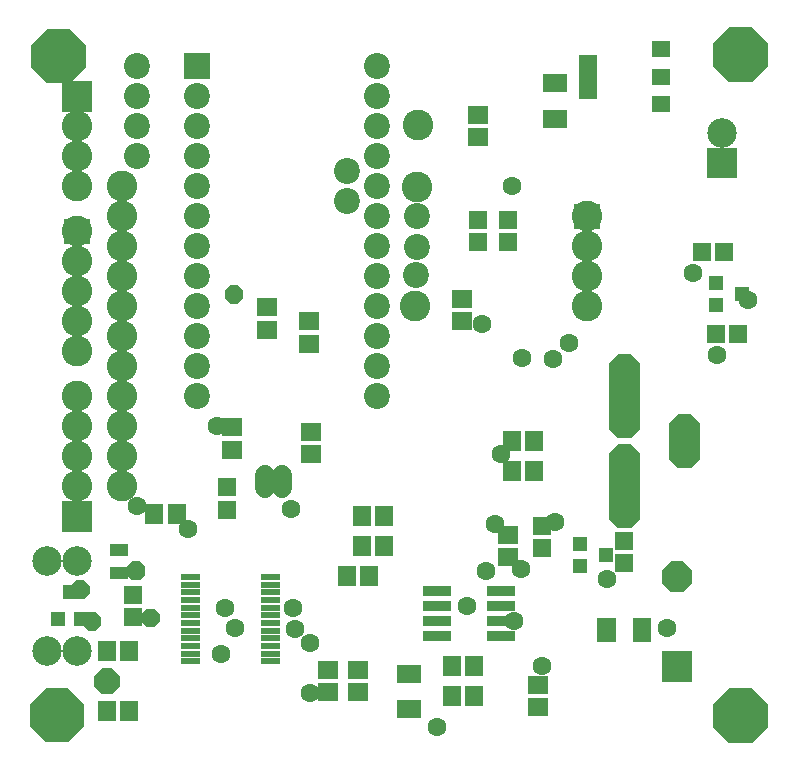
<source format=gbr>
%FSLAX34Y34*%
%MOMM*%
%LNSOLDERMASK_TOP*%
G71*
G01*
%ADD10C,2.120*%
%ADD11C,2.200*%
%ADD12C,2.600*%
%ADD13R,1.500X1.800*%
%ADD14R,1.800X1.500*%
%ADD15C,2.500*%
%ADD16R,2.400X0.900*%
%ADD17R,1.600X1.500*%
%ADD18C,1.600*%
%ADD19C,2.200*%
%ADD20R,2.000X1.580*%
%ADD21R,1.600X1.400*%
%ADD22R,1.600X3.700*%
%ADD23R,1.600X1.000*%
%ADD24C,2.600*%
%ADD25C,2.200*%
%ADD26R,1.300X1.300*%
%ADD27R,1.500X1.600*%
%ADD28R,1.520X0.620*%
%ADD29C,1.700*%
%LPD*%
G36*
X480500Y556700D02*
X480500Y535500D01*
X459300Y535500D01*
X459300Y556700D01*
X480500Y556700D01*
G37*
X469900Y520700D02*
G54D10*
D03*
X469900Y495300D02*
G54D10*
D03*
X469900Y469900D02*
G54D10*
D03*
X88900Y673100D02*
G54D11*
D03*
X88900Y647700D02*
G54D11*
D03*
X88900Y622300D02*
G54D11*
D03*
X88900Y596900D02*
G54D11*
D03*
X76200Y571500D02*
G54D12*
D03*
X76200Y546100D02*
G54D12*
D03*
X76200Y520700D02*
G54D12*
D03*
X76200Y495300D02*
G54D12*
D03*
X76200Y469900D02*
G54D12*
D03*
X76200Y444500D02*
G54D12*
D03*
X76200Y419100D02*
G54D12*
D03*
X76200Y393700D02*
G54D12*
D03*
X76200Y368300D02*
G54D12*
D03*
X76200Y342900D02*
G54D12*
D03*
X76200Y317500D02*
G54D12*
D03*
X63500Y127000D02*
G54D13*
D03*
X82500Y127000D02*
G54D13*
D03*
X63500Y177800D02*
G54D13*
D03*
X82500Y177800D02*
G54D13*
D03*
X169300Y367300D02*
G54D14*
D03*
X169300Y348300D02*
G54D14*
D03*
X236600Y363600D02*
G54D14*
D03*
X236600Y344600D02*
G54D14*
D03*
X279400Y292100D02*
G54D13*
D03*
X298400Y292100D02*
G54D13*
D03*
X279400Y266700D02*
G54D13*
D03*
X298400Y266700D02*
G54D13*
D03*
X266700Y241300D02*
G54D13*
D03*
X285700Y241300D02*
G54D13*
D03*
X250800Y161900D02*
G54D14*
D03*
X250800Y142900D02*
G54D14*
D03*
X276200Y161900D02*
G54D14*
D03*
X276200Y142900D02*
G54D14*
D03*
X355600Y139700D02*
G54D13*
D03*
X374600Y139700D02*
G54D13*
D03*
X355600Y165100D02*
G54D13*
D03*
X374600Y165100D02*
G54D13*
D03*
X428600Y149200D02*
G54D14*
D03*
X428600Y130200D02*
G54D14*
D03*
X403200Y276200D02*
G54D14*
D03*
X403200Y257200D02*
G54D14*
D03*
X377800Y631800D02*
G54D14*
D03*
X377800Y612800D02*
G54D14*
D03*
X584200Y616700D02*
G54D15*
D03*
X584200Y591300D02*
G54D15*
D03*
X38100Y177800D02*
G54D15*
D03*
X12700Y177800D02*
G54D15*
D03*
X38100Y254000D02*
G54D15*
D03*
X12700Y254000D02*
G54D15*
D03*
X342900Y228600D02*
G54D16*
D03*
X342900Y215900D02*
G54D16*
D03*
X342900Y203200D02*
G54D16*
D03*
X342900Y190500D02*
G54D16*
D03*
X396900Y190500D02*
G54D16*
D03*
X396900Y203200D02*
G54D16*
D03*
X396900Y215900D02*
G54D16*
D03*
X396900Y228600D02*
G54D16*
D03*
X164800Y316600D02*
G54D17*
D03*
X164800Y297600D02*
G54D17*
D03*
X377800Y542900D02*
G54D17*
D03*
X377800Y523900D02*
G54D17*
D03*
X403200Y542900D02*
G54D17*
D03*
X403200Y523900D02*
G54D17*
D03*
G36*
X48700Y658300D02*
X48700Y637100D01*
X27500Y637100D01*
X27500Y658300D01*
X48700Y658300D01*
G37*
X38100Y622300D02*
G54D10*
D03*
X38100Y596900D02*
G54D10*
D03*
X38100Y571500D02*
G54D10*
D03*
X266700Y584200D02*
G54D11*
D03*
X266700Y558800D02*
G54D11*
D03*
X406400Y571500D02*
G54D18*
D03*
X406400Y355600D02*
G54D13*
D03*
X425400Y355600D02*
G54D13*
D03*
X406400Y330200D02*
G54D13*
D03*
X425400Y330200D02*
G54D13*
D03*
X396900Y344600D02*
G54D18*
D03*
X431800Y165100D02*
G54D18*
D03*
X392200Y285700D02*
G54D18*
D03*
X414200Y247700D02*
G54D18*
D03*
X139700Y673100D02*
G54D11*
D03*
X139700Y647700D02*
G54D11*
D03*
X139700Y622300D02*
G54D11*
D03*
X139700Y596900D02*
G54D11*
D03*
X292100Y673100D02*
G54D11*
D03*
X292100Y647700D02*
G54D11*
D03*
X292100Y622300D02*
G54D11*
D03*
X292100Y596900D02*
G54D11*
D03*
X139700Y571500D02*
G54D11*
D03*
X292100Y571500D02*
G54D11*
D03*
X139700Y546100D02*
G54D11*
D03*
X139700Y520700D02*
G54D11*
D03*
X292100Y546100D02*
G54D11*
D03*
X292100Y520700D02*
G54D11*
D03*
X139700Y495300D02*
G54D11*
D03*
X292100Y495300D02*
G54D11*
D03*
X139700Y469900D02*
G54D11*
D03*
X292100Y469900D02*
G54D11*
D03*
X139700Y444500D02*
G54D11*
D03*
X292100Y444500D02*
G54D11*
D03*
X292100Y419100D02*
G54D11*
D03*
X292100Y393700D02*
G54D11*
D03*
X139700Y419100D02*
G54D11*
D03*
X139700Y393700D02*
G54D11*
D03*
G36*
X48700Y544000D02*
X48700Y522800D01*
X27500Y522800D01*
X27500Y544000D01*
X48700Y544000D01*
G37*
X38100Y508000D02*
G54D10*
D03*
X38100Y482600D02*
G54D10*
D03*
X38100Y457200D02*
G54D10*
D03*
X38100Y431800D02*
G54D10*
D03*
G36*
X27500Y281500D02*
X27500Y302700D01*
X48700Y302700D01*
X48700Y281500D01*
X27500Y281500D01*
G37*
X38100Y317500D02*
G54D10*
D03*
X38100Y342900D02*
G54D10*
D03*
X38100Y368300D02*
G54D10*
D03*
X38100Y393700D02*
G54D10*
D03*
G36*
X547005Y332600D02*
X539400Y340205D01*
X539400Y370995D01*
X547005Y378600D01*
X557795Y378600D01*
X565400Y370995D01*
X565400Y340205D01*
X557795Y332600D01*
X547005Y332600D01*
G37*
G36*
X496205Y358000D02*
X488600Y365605D01*
X488600Y396395D01*
X496205Y404000D01*
X506995Y404000D01*
X514600Y396395D01*
X514600Y365605D01*
X506995Y358000D01*
X496205Y358000D01*
G37*
G36*
X496205Y307200D02*
X488600Y314805D01*
X488600Y345595D01*
X496205Y353200D01*
X506995Y353200D01*
X514600Y345595D01*
X514600Y314805D01*
X506995Y307200D01*
X496205Y307200D01*
G37*
G36*
X496205Y383400D02*
X488600Y391005D01*
X488600Y421795D01*
X496205Y429400D01*
X506995Y429400D01*
X514600Y421795D01*
X514600Y391005D01*
X506995Y383400D01*
X496205Y383400D01*
G37*
G36*
X496205Y281800D02*
X488600Y289405D01*
X488600Y320195D01*
X496205Y327800D01*
X506995Y327800D01*
X514600Y320195D01*
X514600Y289405D01*
X506995Y281800D01*
X496205Y281800D01*
G37*
X546100Y241300D02*
G54D19*
D03*
G36*
X533100Y246695D02*
X540705Y254300D01*
X551495Y254300D01*
X559100Y246695D01*
X559100Y235905D01*
X551495Y228300D01*
X540705Y228300D01*
X533100Y235905D01*
X533100Y246695D01*
G37*
G36*
X533100Y178100D02*
X559100Y178100D01*
X559100Y152100D01*
X533100Y152100D01*
X533100Y178100D01*
G37*
X319339Y158707D02*
G54D20*
D03*
X319339Y128707D02*
G54D20*
D03*
X532534Y641315D02*
G54D21*
D03*
X532534Y664315D02*
G54D21*
D03*
X532534Y687315D02*
G54D21*
D03*
X470534Y664315D02*
G54D22*
D03*
X442539Y658707D02*
G54D20*
D03*
X442539Y628707D02*
G54D20*
D03*
G36*
X52500Y156965D02*
X58935Y163400D01*
X68065Y163400D01*
X74500Y156965D01*
X74500Y147835D01*
X68065Y141400D01*
X58935Y141400D01*
X52500Y147835D01*
X52500Y156965D01*
G37*
X73400Y263900D02*
G54D23*
D03*
X73400Y244100D02*
G54D23*
D03*
X85700Y206400D02*
G54D17*
D03*
X85700Y225400D02*
G54D17*
D03*
G36*
X92300Y209320D02*
X96980Y214000D01*
X103620Y214000D01*
X108300Y209320D01*
X108300Y202680D01*
X103620Y198000D01*
X96980Y198000D01*
X92300Y202680D01*
X92300Y209320D01*
G37*
G36*
X42800Y206520D02*
X47480Y211200D01*
X54120Y211200D01*
X58800Y206520D01*
X58800Y199880D01*
X54120Y195200D01*
X47480Y195200D01*
X42800Y199880D01*
X42800Y206520D01*
G37*
X199100Y469000D02*
G54D14*
D03*
X199100Y450000D02*
G54D14*
D03*
X234300Y457200D02*
G54D14*
D03*
X234300Y438200D02*
G54D14*
D03*
G36*
X576800Y132845D02*
X590255Y146300D01*
X609345Y146300D01*
X622800Y132845D01*
X622800Y113755D01*
X609345Y100300D01*
X590255Y100300D01*
X576800Y113755D01*
X576800Y132845D01*
G37*
G36*
X-600Y691145D02*
X12855Y704600D01*
X31945Y704600D01*
X45400Y691145D01*
X45400Y672055D01*
X31945Y658600D01*
X12855Y658600D01*
X-600Y672055D01*
X-600Y691145D01*
G37*
G36*
X577000Y692545D02*
X590455Y706000D01*
X609545Y706000D01*
X623000Y692545D01*
X623000Y673455D01*
X609545Y660000D01*
X590455Y660000D01*
X577000Y673455D01*
X577000Y692545D01*
G37*
G36*
X-2000Y133545D02*
X11455Y147000D01*
X30545Y147000D01*
X44000Y133545D01*
X44000Y114455D01*
X30545Y101000D01*
X11455Y101000D01*
X-2000Y114455D01*
X-2000Y133545D01*
G37*
X156300Y368300D02*
G54D18*
D03*
X132000Y281000D02*
G54D18*
D03*
X103400Y293600D02*
G54D13*
D03*
X122400Y293600D02*
G54D13*
D03*
X219000Y298000D02*
G54D18*
D03*
X89000Y301000D02*
G54D18*
D03*
X326000Y571000D02*
G54D24*
D03*
X326000Y546000D02*
G54D25*
D03*
X326000Y520000D02*
G54D25*
D03*
X325000Y496000D02*
G54D25*
D03*
X324000Y470000D02*
G54D24*
D03*
G36*
X163000Y483320D02*
X167680Y488000D01*
X174320Y488000D01*
X179000Y483320D01*
X179000Y476680D01*
X174320Y472000D01*
X167680Y472000D01*
X163000Y476680D01*
X163000Y483320D01*
G37*
G36*
X33000Y233320D02*
X37680Y238000D01*
X44320Y238000D01*
X49000Y233320D01*
X49000Y226680D01*
X44320Y222000D01*
X37680Y222000D01*
X33000Y226680D01*
X33000Y233320D01*
G37*
G36*
X80000Y249320D02*
X84680Y254000D01*
X91320Y254000D01*
X96000Y249320D01*
X96000Y242680D01*
X91320Y238000D01*
X84680Y238000D01*
X80000Y242680D01*
X80000Y249320D01*
G37*
X327000Y623000D02*
G54D24*
D03*
X41374Y205361D02*
G54D26*
D03*
X22374Y205361D02*
G54D26*
D03*
X31874Y227561D02*
G54D26*
D03*
G36*
X128700Y684100D02*
X150700Y684100D01*
X150700Y662100D01*
X128700Y662100D01*
X128700Y684100D01*
G37*
X342800Y114100D02*
G54D18*
D03*
X368300Y215900D02*
G54D18*
D03*
X407800Y203100D02*
G54D18*
D03*
X384800Y246100D02*
G54D18*
D03*
G36*
X478700Y205700D02*
X494500Y205700D01*
X494500Y185700D01*
X478700Y185700D01*
X478700Y205700D01*
G37*
G36*
X508700Y205700D02*
X524500Y205700D01*
X524500Y185700D01*
X508700Y185700D01*
X508700Y205700D01*
G37*
X537800Y197100D02*
G54D18*
D03*
G36*
X571200Y604300D02*
X597200Y604300D01*
X597200Y578300D01*
X571200Y578300D01*
X571200Y604300D01*
G37*
X586000Y516000D02*
G54D27*
D03*
X567000Y516000D02*
G54D27*
D03*
X432000Y265000D02*
G54D17*
D03*
X432000Y284000D02*
G54D17*
D03*
X501500Y271500D02*
G54D17*
D03*
X501500Y252500D02*
G54D17*
D03*
X579000Y446000D02*
G54D27*
D03*
X598000Y446000D02*
G54D27*
D03*
X464000Y250000D02*
G54D26*
D03*
X464000Y269000D02*
G54D26*
D03*
X486200Y259500D02*
G54D26*
D03*
X487000Y239000D02*
G54D18*
D03*
X443000Y287000D02*
G54D18*
D03*
X579000Y471000D02*
G54D26*
D03*
X579000Y490000D02*
G54D26*
D03*
X601200Y480500D02*
G54D26*
D03*
X580000Y429000D02*
G54D18*
D03*
X606000Y475000D02*
G54D18*
D03*
X560000Y498000D02*
G54D18*
D03*
X441000Y425000D02*
G54D18*
D03*
X381000Y455000D02*
G54D18*
D03*
X364300Y476200D02*
G54D14*
D03*
X364300Y457200D02*
G54D14*
D03*
X415000Y426000D02*
G54D18*
D03*
X455000Y439000D02*
G54D18*
D03*
G36*
X25100Y660700D02*
X51100Y660700D01*
X51100Y634700D01*
X25100Y634700D01*
X25100Y660700D01*
G37*
X38100Y622300D02*
G54D11*
D03*
X38100Y622300D02*
G54D12*
D03*
X38100Y596900D02*
G54D12*
D03*
X38100Y571500D02*
G54D12*
D03*
X38100Y533400D02*
G54D12*
D03*
X38100Y508000D02*
G54D12*
D03*
X38100Y482600D02*
G54D12*
D03*
X38100Y457200D02*
G54D12*
D03*
X38100Y431800D02*
G54D12*
D03*
X38100Y393700D02*
G54D12*
D03*
X38100Y368300D02*
G54D12*
D03*
X38100Y342900D02*
G54D12*
D03*
X38100Y317500D02*
G54D12*
D03*
G36*
X25100Y305100D02*
X51100Y305100D01*
X51100Y279100D01*
X25100Y279100D01*
X25100Y305100D01*
G37*
X469900Y546100D02*
G54D12*
D03*
X469900Y520700D02*
G54D12*
D03*
X469900Y495300D02*
G54D12*
D03*
X469900Y469900D02*
G54D12*
D03*
X202572Y240700D02*
G54D28*
D03*
X202572Y234200D02*
G54D28*
D03*
X202572Y227700D02*
G54D28*
D03*
X202572Y221200D02*
G54D28*
D03*
X202572Y214700D02*
G54D28*
D03*
X202572Y208200D02*
G54D28*
D03*
X202572Y201700D02*
G54D28*
D03*
X202572Y195200D02*
G54D28*
D03*
X202572Y188700D02*
G54D28*
D03*
X202572Y182200D02*
G54D28*
D03*
X202572Y175700D02*
G54D28*
D03*
X202572Y169200D02*
G54D28*
D03*
X133700Y240700D02*
G54D28*
D03*
X133700Y234200D02*
G54D28*
D03*
X133700Y227700D02*
G54D28*
D03*
X133700Y221200D02*
G54D28*
D03*
X133700Y214700D02*
G54D28*
D03*
X133700Y208200D02*
G54D28*
D03*
X133700Y201700D02*
G54D28*
D03*
X133700Y195200D02*
G54D28*
D03*
X133700Y188700D02*
G54D28*
D03*
X133700Y182200D02*
G54D28*
D03*
X133700Y175700D02*
G54D28*
D03*
X133700Y169200D02*
G54D28*
D03*
X134494Y240700D02*
G54D28*
D03*
X134494Y234200D02*
G54D28*
D03*
X134494Y227700D02*
G54D28*
D03*
X134494Y221200D02*
G54D28*
D03*
X134494Y214700D02*
G54D28*
D03*
X134494Y208200D02*
G54D28*
D03*
X134494Y201700D02*
G54D28*
D03*
X134494Y195200D02*
G54D28*
D03*
X134494Y188700D02*
G54D28*
D03*
X134494Y182200D02*
G54D28*
D03*
X134494Y175700D02*
G54D28*
D03*
X134494Y169200D02*
G54D28*
D03*
X201778Y240700D02*
G54D28*
D03*
X201778Y234200D02*
G54D28*
D03*
X201778Y227700D02*
G54D28*
D03*
X201778Y221200D02*
G54D28*
D03*
X201778Y214700D02*
G54D28*
D03*
X201778Y208200D02*
G54D28*
D03*
X201778Y201700D02*
G54D28*
D03*
X201778Y195200D02*
G54D28*
D03*
X201778Y188700D02*
G54D28*
D03*
X201778Y182200D02*
G54D28*
D03*
X201778Y175700D02*
G54D28*
D03*
X201778Y169200D02*
G54D28*
D03*
X201381Y240700D02*
G54D28*
D03*
X201381Y234200D02*
G54D28*
D03*
X201381Y227700D02*
G54D28*
D03*
X201381Y221200D02*
G54D28*
D03*
X201381Y214700D02*
G54D28*
D03*
X201381Y208200D02*
G54D28*
D03*
X201381Y201700D02*
G54D28*
D03*
X201381Y195200D02*
G54D28*
D03*
X201381Y188700D02*
G54D28*
D03*
X201381Y182200D02*
G54D28*
D03*
X201381Y175700D02*
G54D28*
D03*
X201381Y169200D02*
G54D28*
D03*
X134891Y240700D02*
G54D28*
D03*
X134891Y234200D02*
G54D28*
D03*
X134891Y227700D02*
G54D28*
D03*
X134891Y221200D02*
G54D28*
D03*
X134891Y214700D02*
G54D28*
D03*
X134891Y208200D02*
G54D28*
D03*
X134891Y201700D02*
G54D28*
D03*
X134891Y195200D02*
G54D28*
D03*
X134891Y188700D02*
G54D28*
D03*
X134891Y182200D02*
G54D28*
D03*
X134891Y175700D02*
G54D28*
D03*
X134891Y169200D02*
G54D28*
D03*
X221000Y214500D02*
G54D18*
D03*
X235100Y184900D02*
G54D18*
D03*
X223000Y197000D02*
G54D18*
D03*
X171600Y197300D02*
G54D18*
D03*
X163800Y214700D02*
G54D18*
D03*
X160200Y175300D02*
G54D18*
D03*
X235400Y142100D02*
G54D18*
D03*
G54D29*
X211400Y327200D02*
X211400Y316200D01*
G54D29*
X197100Y327200D02*
X197100Y316200D01*
M02*

</source>
